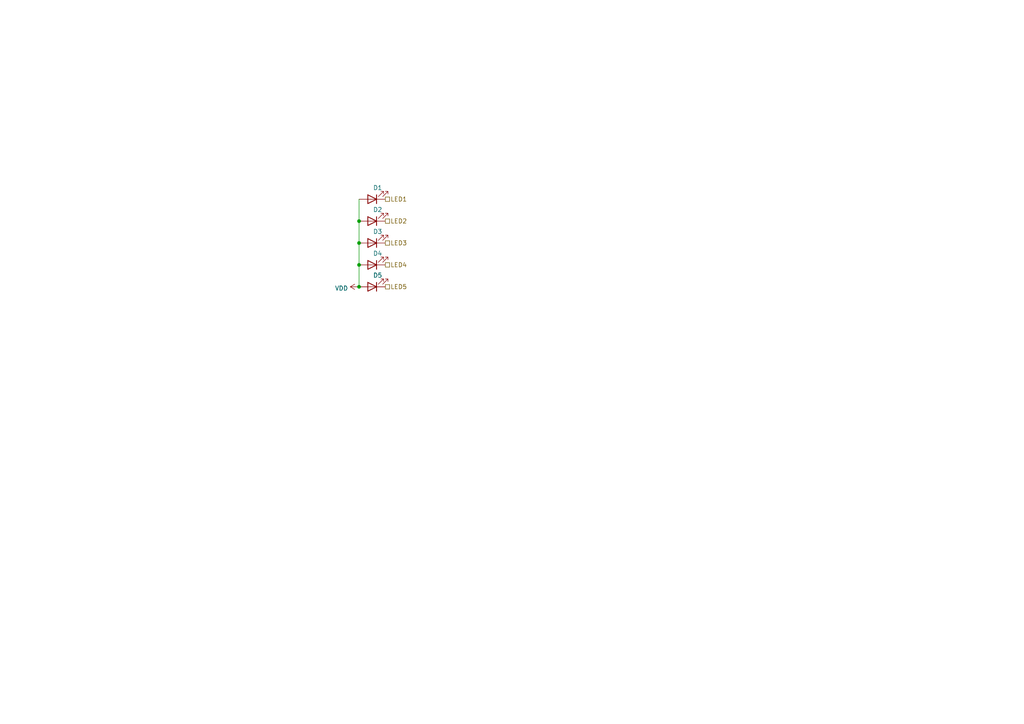
<source format=kicad_sch>
(kicad_sch (version 20211123) (generator eeschema)
  (paper "A4")
  (lib_symbols
    (symbol "Device:LED" (pin_numbers hide) (pin_names (offset 1.016) hide)
      (property "Reference" "D" (at 0 2.54 0))
      (property "Value" "LED" (at 0 -2.54 0))
      (symbol "LED_0_1"
        (polyline (pts (xy -1.27 -1.27) (xy -1.27 1.27)) (stroke (width 0.254)))
        (polyline (pts (xy -1.27 0) (xy 1.27 0)))
        (polyline (pts (xy 1.27 -1.27) (xy 1.27 1.27) (xy -1.27 0) (xy 1.27 -1.27)) (stroke (width 0.254)))
        (polyline (pts (xy -3.048 -0.762) (xy -4.572 -2.286) (xy -3.81 -2.286) (xy -4.572 -2.286) (xy -4.572 -1.524)))
        (polyline (pts (xy -1.778 -0.762) (xy -3.302 -2.286) (xy -2.54 -2.286) (xy -3.302 -2.286) (xy -3.302 -1.524)))
      )
      (symbol "LED_1_1"
        (pin passive line (at -3.81 0 0) (length 2.54) (name "K") (number "1"))
        (pin passive line (at 3.81 0 180) (length 2.54) (name "A") (number "2"))
      )
    )
    (symbol "power:VDD" (power) (pin_names (offset 0))
      (property "Value" "VDD" (at 0 3.81 0))
      (symbol "VDD_0_1"
        (polyline (pts (xy -0.762 1.27) (xy 0 2.54)))
        (polyline (pts (xy 0 0) (xy 0 2.54)))
        (polyline (pts (xy 0 2.54) (xy 0.762 1.27)))
      )
      (symbol "VDD_1_1"
        (pin power_in line (at 0 0 90) (length 0) hide (name "VDD") (number "1"))
      )
    )
  )
  (junction (at 104.14 76.835))
  (junction (at 104.14 83.185))
  (junction (at 104.14 70.485))
  (junction (at 104.14 64.135))
  (wire (pts (xy 104.14 83.185) (xy 104.14 76.835)))
  (wire (pts (xy 104.14 70.485) (xy 104.14 64.135)))
  (wire (pts (xy 104.14 76.835) (xy 104.14 70.485)))
  (wire (pts (xy 104.14 64.135) (xy 104.14 57.785)))
  (hierarchical_label "LED3" (shape passive) (at 111.76 70.485 0))
  (hierarchical_label "LED5" (shape passive) (at 111.76 83.185 0))
  (hierarchical_label "LED1" (shape passive) (at 111.76 57.785 0))
  (hierarchical_label "LED4" (shape passive) (at 111.76 76.835 0))
  (hierarchical_label "LED2" (shape passive) (at 111.76 64.135 0))
  (symbol (lib_id "Device:LED") (at 107.95 70.485 180) (unit 1)
    (property "Reference" "D3" (at 109.5375 67.1632 0))
    (property "Value" "White" (effects hide))
    (property "Footprint" "mark:LED_0603_1608Metric_no_silk" (effects hide))
    (property "Datasheet" "https://datasheet.lcsc.com/lcsc/1809041711_Hubei-KENTO-Elec-C2290_C2290.pdf" (effects hide))
    (property "JLC" "C2290" (effects hide))
  )
  (symbol (lib_id "Device:LED") (at 107.95 83.185 180) (unit 1)
    (property "Reference" "D5" (at 109.5375 79.8632 0))
    (property "Value" "White" (effects hide))
    (property "Footprint" "mark:LED_0603_1608Metric_no_silk" (effects hide))
    (property "Datasheet" "https://datasheet.lcsc.com/lcsc/1809041711_Hubei-KENTO-Elec-C2290_C2290.pdf" (effects hide))
    (property "JLC" "C2290" (effects hide))
  )
  (symbol (lib_id "Device:LED") (at 107.95 64.135 180) (unit 1)
    (property "Reference" "D2" (at 109.5375 60.8132 0))
    (property "Value" "White" (effects hide))
    (property "Footprint" "mark:LED_0603_1608Metric_no_silk" (effects hide))
    (property "Datasheet" "https://datasheet.lcsc.com/lcsc/1809041711_Hubei-KENTO-Elec-C2290_C2290.pdf" (effects hide))
    (property "JLC" "C2290" (effects hide))
  )
  (symbol (lib_id "power:VDD") (at 104.14 83.185 90) (unit 1)
    (property "Reference" "#PWR060" (effects hide))
    (property "Value" "VDD" (at 100.965 83.6188 90) (effects (justify left)))
  )
  (symbol (lib_id "Device:LED") (at 107.95 76.835 180) (unit 1)
    (property "Reference" "D4" (at 109.5375 73.5132 0))
    (property "Value" "White" (effects hide))
    (property "Footprint" "mark:LED_0603_1608Metric_no_silk" (effects hide))
    (property "Datasheet" "https://datasheet.lcsc.com/lcsc/1809041711_Hubei-KENTO-Elec-C2290_C2290.pdf" (effects hide))
    (property "JLC" "C2290" (effects hide))
  )
  (symbol (lib_id "Device:LED") (at 107.95 57.785 180) (unit 1)
    (property "Reference" "D1" (at 109.5375 54.4632 0))
    (property "Value" "White" (effects hide))
    (property "Footprint" "mark:LED_0603_1608Metric_no_silk" (effects hide))
    (property "Datasheet" "https://datasheet.lcsc.com/lcsc/1809041711_Hubei-KENTO-Elec-C2290_C2290.pdf" (effects hide))
    (property "JLC" "C2290" (effects hide))
  )
)
</source>
